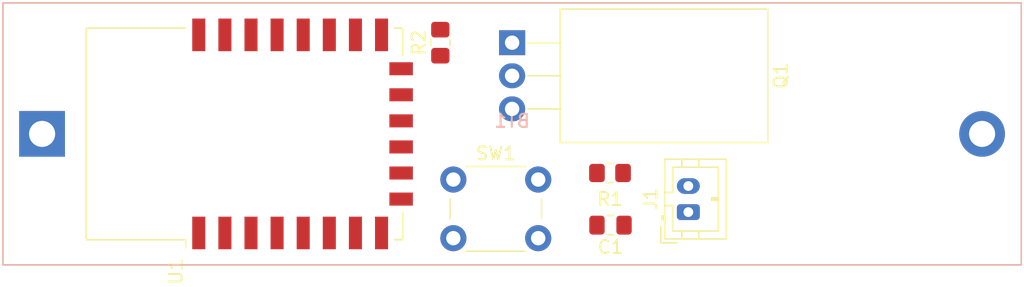
<source format=kicad_pcb>
(kicad_pcb (version 20171130) (host pcbnew "(5.1.9)-1")

  (general
    (thickness 1.6)
    (drawings 0)
    (tracks 0)
    (zones 0)
    (modules 8)
    (nets 23)
  )

  (page A4)
  (layers
    (0 F.Cu signal)
    (31 B.Cu signal)
    (32 B.Adhes user)
    (33 F.Adhes user)
    (34 B.Paste user)
    (35 F.Paste user)
    (36 B.SilkS user)
    (37 F.SilkS user)
    (38 B.Mask user)
    (39 F.Mask user)
    (40 Dwgs.User user)
    (41 Cmts.User user)
    (42 Eco1.User user)
    (43 Eco2.User user)
    (44 Edge.Cuts user)
    (45 Margin user)
    (46 B.CrtYd user)
    (47 F.CrtYd user)
    (48 B.Fab user)
    (49 F.Fab user)
  )

  (setup
    (last_trace_width 0.25)
    (trace_clearance 0.2)
    (zone_clearance 0.508)
    (zone_45_only no)
    (trace_min 0.2)
    (via_size 0.8)
    (via_drill 0.4)
    (via_min_size 0.4)
    (via_min_drill 0.3)
    (uvia_size 0.3)
    (uvia_drill 0.1)
    (uvias_allowed no)
    (uvia_min_size 0.2)
    (uvia_min_drill 0.1)
    (edge_width 0.05)
    (segment_width 0.2)
    (pcb_text_width 0.3)
    (pcb_text_size 1.5 1.5)
    (mod_edge_width 0.12)
    (mod_text_size 1 1)
    (mod_text_width 0.15)
    (pad_size 1.524 1.524)
    (pad_drill 0.762)
    (pad_to_mask_clearance 0)
    (aux_axis_origin 0 0)
    (visible_elements 7FFFFFFF)
    (pcbplotparams
      (layerselection 0x010fc_ffffffff)
      (usegerberextensions false)
      (usegerberattributes true)
      (usegerberadvancedattributes true)
      (creategerberjobfile true)
      (excludeedgelayer true)
      (linewidth 0.100000)
      (plotframeref false)
      (viasonmask false)
      (mode 1)
      (useauxorigin false)
      (hpglpennumber 1)
      (hpglpenspeed 20)
      (hpglpendiameter 15.000000)
      (psnegative false)
      (psa4output false)
      (plotreference true)
      (plotvalue true)
      (plotinvisibletext false)
      (padsonsilk false)
      (subtractmaskfromsilk false)
      (outputformat 1)
      (mirror false)
      (drillshape 1)
      (scaleselection 1)
      (outputdirectory ""))
  )

  (net 0 "")
  (net 1 GND)
  (net 2 +3V3)
  (net 3 "Net-(C1-Pad1)")
  (net 4 "Net-(Q1-Pad2)")
  (net 5 "Net-(R2-Pad1)")
  (net 6 "Net-(SW1-Pad1)")
  (net 7 "Net-(U1-Pad1)")
  (net 8 "Net-(U1-Pad2)")
  (net 9 "Net-(U1-Pad5)")
  (net 10 "Net-(U1-Pad6)")
  (net 11 "Net-(U1-Pad9)")
  (net 12 "Net-(U1-Pad10)")
  (net 13 "Net-(U1-Pad11)")
  (net 14 "Net-(U1-Pad12)")
  (net 15 "Net-(U1-Pad13)")
  (net 16 "Net-(U1-Pad14)")
  (net 17 "Net-(U1-Pad17)")
  (net 18 "Net-(U1-Pad18)")
  (net 19 "Net-(U1-Pad19)")
  (net 20 "Net-(U1-Pad20)")
  (net 21 "Net-(U1-Pad21)")
  (net 22 "Net-(U1-Pad22)")

  (net_class Default "This is the default net class."
    (clearance 0.2)
    (trace_width 0.25)
    (via_dia 0.8)
    (via_drill 0.4)
    (uvia_dia 0.3)
    (uvia_drill 0.1)
    (add_net +3V3)
    (add_net GND)
    (add_net "Net-(C1-Pad1)")
    (add_net "Net-(Q1-Pad2)")
    (add_net "Net-(R2-Pad1)")
    (add_net "Net-(SW1-Pad1)")
    (add_net "Net-(U1-Pad1)")
    (add_net "Net-(U1-Pad10)")
    (add_net "Net-(U1-Pad11)")
    (add_net "Net-(U1-Pad12)")
    (add_net "Net-(U1-Pad13)")
    (add_net "Net-(U1-Pad14)")
    (add_net "Net-(U1-Pad17)")
    (add_net "Net-(U1-Pad18)")
    (add_net "Net-(U1-Pad19)")
    (add_net "Net-(U1-Pad2)")
    (add_net "Net-(U1-Pad20)")
    (add_net "Net-(U1-Pad21)")
    (add_net "Net-(U1-Pad22)")
    (add_net "Net-(U1-Pad5)")
    (add_net "Net-(U1-Pad6)")
    (add_net "Net-(U1-Pad9)")
  )

  (module Package_TO_SOT_THT:TO-220-3_Horizontal_TabDown (layer F.Cu) (tedit 5AC8BA0D) (tstamp 60641C1C)
    (at 96.5 41 270)
    (descr "TO-220-3, Horizontal, RM 2.54mm, see https://www.vishay.com/docs/66542/to-220-1.pdf")
    (tags "TO-220-3 Horizontal RM 2.54mm")
    (path /6064A588)
    (fp_text reference Q1 (at 2.54 -20.58 90) (layer F.SilkS)
      (effects (font (size 1 1) (thickness 0.15)))
    )
    (fp_text value IRLZ44N (at 2.54 2 90) (layer F.Fab)
      (effects (font (size 1 1) (thickness 0.15)))
    )
    (fp_line (start 7.79 -19.71) (end -2.71 -19.71) (layer F.CrtYd) (width 0.05))
    (fp_line (start 7.79 1.25) (end 7.79 -19.71) (layer F.CrtYd) (width 0.05))
    (fp_line (start -2.71 1.25) (end 7.79 1.25) (layer F.CrtYd) (width 0.05))
    (fp_line (start -2.71 -19.71) (end -2.71 1.25) (layer F.CrtYd) (width 0.05))
    (fp_line (start 5.08 -3.69) (end 5.08 -1.15) (layer F.SilkS) (width 0.12))
    (fp_line (start 2.54 -3.69) (end 2.54 -1.15) (layer F.SilkS) (width 0.12))
    (fp_line (start 0 -3.69) (end 0 -1.15) (layer F.SilkS) (width 0.12))
    (fp_line (start 7.66 -19.58) (end 7.66 -3.69) (layer F.SilkS) (width 0.12))
    (fp_line (start -2.58 -19.58) (end -2.58 -3.69) (layer F.SilkS) (width 0.12))
    (fp_line (start -2.58 -19.58) (end 7.66 -19.58) (layer F.SilkS) (width 0.12))
    (fp_line (start -2.58 -3.69) (end 7.66 -3.69) (layer F.SilkS) (width 0.12))
    (fp_line (start 5.08 -3.81) (end 5.08 0) (layer F.Fab) (width 0.1))
    (fp_line (start 2.54 -3.81) (end 2.54 0) (layer F.Fab) (width 0.1))
    (fp_line (start 0 -3.81) (end 0 0) (layer F.Fab) (width 0.1))
    (fp_line (start 7.54 -3.81) (end -2.46 -3.81) (layer F.Fab) (width 0.1))
    (fp_line (start 7.54 -13.06) (end 7.54 -3.81) (layer F.Fab) (width 0.1))
    (fp_line (start -2.46 -13.06) (end 7.54 -13.06) (layer F.Fab) (width 0.1))
    (fp_line (start -2.46 -3.81) (end -2.46 -13.06) (layer F.Fab) (width 0.1))
    (fp_line (start 7.54 -13.06) (end -2.46 -13.06) (layer F.Fab) (width 0.1))
    (fp_line (start 7.54 -19.46) (end 7.54 -13.06) (layer F.Fab) (width 0.1))
    (fp_line (start -2.46 -19.46) (end 7.54 -19.46) (layer F.Fab) (width 0.1))
    (fp_line (start -2.46 -13.06) (end -2.46 -19.46) (layer F.Fab) (width 0.1))
    (fp_circle (center 2.54 -16.66) (end 4.39 -16.66) (layer F.Fab) (width 0.1))
    (fp_text user %R (at 2.54 -20.58 90) (layer F.Fab)
      (effects (font (size 1 1) (thickness 0.15)))
    )
    (pad 3 thru_hole oval (at 5.08 0 270) (size 1.905 2) (drill 1.1) (layers *.Cu *.Mask)
      (net 1 GND))
    (pad 2 thru_hole oval (at 2.54 0 270) (size 1.905 2) (drill 1.1) (layers *.Cu *.Mask)
      (net 4 "Net-(Q1-Pad2)"))
    (pad 1 thru_hole rect (at 0 0 270) (size 1.905 2) (drill 1.1) (layers *.Cu *.Mask)
      (net 3 "Net-(C1-Pad1)"))
    (pad "" np_thru_hole oval (at 2.54 -16.66 270) (size 3.5 3.5) (drill 3.5) (layers *.Cu *.Mask))
    (model ${KISYS3DMOD}/Package_TO_SOT_THT.3dshapes/TO-220-3_Horizontal_TabDown.wrl
      (at (xyz 0 0 0))
      (scale (xyz 1 1 1))
      (rotate (xyz 0 0 0))
    )
  )

  (module Battery:BatteryHolder_MPD_BH-18650-PC2 (layer B.Cu) (tedit 5C1007C1) (tstamp 60641BC7)
    (at 60.5 48)
    (descr "18650 Battery Holder (http://www.memoryprotectiondevices.com/datasheets/BK-18650-PC2-datasheet.pdf)")
    (tags "18650 Battery Holder")
    (path /60638098)
    (fp_text reference BT1 (at 36 -1) (layer B.SilkS)
      (effects (font (size 1 1) (thickness 0.15)) (justify mirror))
    )
    (fp_text value Battery_Cell (at 36 0.8) (layer B.Fab)
      (effects (font (size 1 1) (thickness 0.15)) (justify mirror))
    )
    (fp_line (start -3 -10.05) (end -3 10.05) (layer B.SilkS) (width 0.12))
    (fp_line (start 75 -10.05) (end -3 -10.05) (layer B.SilkS) (width 0.12))
    (fp_line (start 75 10.05) (end 75 -10.05) (layer B.SilkS) (width 0.12))
    (fp_line (start -3 10.05) (end 75 10.05) (layer B.SilkS) (width 0.12))
    (fp_line (start -2.8 -9.85) (end -2.8 9.85) (layer B.Fab) (width 0.1))
    (fp_line (start 74.8 -9.85) (end -2.8 -9.85) (layer B.Fab) (width 0.1))
    (fp_line (start 74.8 9.85) (end 74.8 -9.85) (layer B.Fab) (width 0.1))
    (fp_line (start -2.8 9.85) (end 74.8 9.85) (layer B.Fab) (width 0.1))
    (fp_line (start -3.2 -10.25) (end -3.2 10.25) (layer B.CrtYd) (width 0.05))
    (fp_line (start 75.2 -10.25) (end -3.2 -10.25) (layer B.CrtYd) (width 0.05))
    (fp_line (start 75.2 10.25) (end 75.2 -10.25) (layer B.CrtYd) (width 0.05))
    (fp_line (start -3.2 10.25) (end 75.2 10.25) (layer B.CrtYd) (width 0.05))
    (fp_text user %R (at 36 2.4) (layer B.Fab)
      (effects (font (size 1 1) (thickness 0.15)) (justify mirror))
    )
    (pad 2 thru_hole circle (at 72 0) (size 3.5 3.5) (drill 2) (layers *.Cu *.Mask)
      (net 1 GND))
    (pad 1 thru_hole rect (at 0 0) (size 3.5 3.5) (drill 2) (layers *.Cu *.Mask)
      (net 2 +3V3))
    (pad "" np_thru_hole circle (at 8.645 0) (size 3.2 3.2) (drill 3.2) (layers *.Cu *.Mask))
    (pad "" np_thru_hole circle (at 64.255 0) (size 3.2 3.2) (drill 3.2) (layers *.Cu *.Mask))
    (model ${KISYS3DMOD}/Battery.3dshapes/BatteryHolder_MPD_BH-18650-PC2.wrl
      (at (xyz 0 0 0))
      (scale (xyz 1 1 1))
      (rotate (xyz 0 0 0))
    )
  )

  (module Capacitor_SMD:C_0805_2012Metric_Pad1.18x1.45mm_HandSolder (layer F.Cu) (tedit 5F68FEEF) (tstamp 60641BD8)
    (at 104.0375 55 180)
    (descr "Capacitor SMD 0805 (2012 Metric), square (rectangular) end terminal, IPC_7351 nominal with elongated pad for handsoldering. (Body size source: IPC-SM-782 page 76, https://www.pcb-3d.com/wordpress/wp-content/uploads/ipc-sm-782a_amendment_1_and_2.pdf, https://docs.google.com/spreadsheets/d/1BsfQQcO9C6DZCsRaXUlFlo91Tg2WpOkGARC1WS5S8t0/edit?usp=sharing), generated with kicad-footprint-generator")
    (tags "capacitor handsolder")
    (path /60655413)
    (attr smd)
    (fp_text reference C1 (at 0 -1.68) (layer F.SilkS)
      (effects (font (size 1 1) (thickness 0.15)))
    )
    (fp_text value 100nF (at 0 1.68) (layer F.Fab)
      (effects (font (size 1 1) (thickness 0.15)))
    )
    (fp_line (start -1 0.625) (end -1 -0.625) (layer F.Fab) (width 0.1))
    (fp_line (start -1 -0.625) (end 1 -0.625) (layer F.Fab) (width 0.1))
    (fp_line (start 1 -0.625) (end 1 0.625) (layer F.Fab) (width 0.1))
    (fp_line (start 1 0.625) (end -1 0.625) (layer F.Fab) (width 0.1))
    (fp_line (start -0.261252 -0.735) (end 0.261252 -0.735) (layer F.SilkS) (width 0.12))
    (fp_line (start -0.261252 0.735) (end 0.261252 0.735) (layer F.SilkS) (width 0.12))
    (fp_line (start -1.88 0.98) (end -1.88 -0.98) (layer F.CrtYd) (width 0.05))
    (fp_line (start -1.88 -0.98) (end 1.88 -0.98) (layer F.CrtYd) (width 0.05))
    (fp_line (start 1.88 -0.98) (end 1.88 0.98) (layer F.CrtYd) (width 0.05))
    (fp_line (start 1.88 0.98) (end -1.88 0.98) (layer F.CrtYd) (width 0.05))
    (fp_text user %R (at 0 0) (layer F.Fab)
      (effects (font (size 0.5 0.5) (thickness 0.08)))
    )
    (pad 1 smd roundrect (at -1.0375 0 180) (size 1.175 1.45) (layers F.Cu F.Paste F.Mask) (roundrect_rratio 0.212766)
      (net 3 "Net-(C1-Pad1)"))
    (pad 2 smd roundrect (at 1.0375 0 180) (size 1.175 1.45) (layers F.Cu F.Paste F.Mask) (roundrect_rratio 0.212766)
      (net 1 GND))
    (model ${KISYS3DMOD}/Capacitor_SMD.3dshapes/C_0805_2012Metric.wrl
      (at (xyz 0 0 0))
      (scale (xyz 1 1 1))
      (rotate (xyz 0 0 0))
    )
  )

  (module Connector_JST:JST_PH_B2B-PH-K_1x02_P2.00mm_Vertical (layer F.Cu) (tedit 5B7745C2) (tstamp 60641C02)
    (at 110 54 90)
    (descr "JST PH series connector, B2B-PH-K (http://www.jst-mfg.com/product/pdf/eng/ePH.pdf), generated with kicad-footprint-generator")
    (tags "connector JST PH side entry")
    (path /6064953B)
    (fp_text reference J1 (at 1 -2.9 90) (layer F.SilkS)
      (effects (font (size 1 1) (thickness 0.15)))
    )
    (fp_text value Conn_01x02_Male (at 1 4 90) (layer F.Fab)
      (effects (font (size 1 1) (thickness 0.15)))
    )
    (fp_line (start -2.06 -1.81) (end -2.06 2.91) (layer F.SilkS) (width 0.12))
    (fp_line (start -2.06 2.91) (end 4.06 2.91) (layer F.SilkS) (width 0.12))
    (fp_line (start 4.06 2.91) (end 4.06 -1.81) (layer F.SilkS) (width 0.12))
    (fp_line (start 4.06 -1.81) (end -2.06 -1.81) (layer F.SilkS) (width 0.12))
    (fp_line (start -0.3 -1.81) (end -0.3 -2.01) (layer F.SilkS) (width 0.12))
    (fp_line (start -0.3 -2.01) (end -0.6 -2.01) (layer F.SilkS) (width 0.12))
    (fp_line (start -0.6 -2.01) (end -0.6 -1.81) (layer F.SilkS) (width 0.12))
    (fp_line (start -0.3 -1.91) (end -0.6 -1.91) (layer F.SilkS) (width 0.12))
    (fp_line (start 0.5 -1.81) (end 0.5 -1.2) (layer F.SilkS) (width 0.12))
    (fp_line (start 0.5 -1.2) (end -1.45 -1.2) (layer F.SilkS) (width 0.12))
    (fp_line (start -1.45 -1.2) (end -1.45 2.3) (layer F.SilkS) (width 0.12))
    (fp_line (start -1.45 2.3) (end 3.45 2.3) (layer F.SilkS) (width 0.12))
    (fp_line (start 3.45 2.3) (end 3.45 -1.2) (layer F.SilkS) (width 0.12))
    (fp_line (start 3.45 -1.2) (end 1.5 -1.2) (layer F.SilkS) (width 0.12))
    (fp_line (start 1.5 -1.2) (end 1.5 -1.81) (layer F.SilkS) (width 0.12))
    (fp_line (start -2.06 -0.5) (end -1.45 -0.5) (layer F.SilkS) (width 0.12))
    (fp_line (start -2.06 0.8) (end -1.45 0.8) (layer F.SilkS) (width 0.12))
    (fp_line (start 4.06 -0.5) (end 3.45 -0.5) (layer F.SilkS) (width 0.12))
    (fp_line (start 4.06 0.8) (end 3.45 0.8) (layer F.SilkS) (width 0.12))
    (fp_line (start 0.9 2.3) (end 0.9 1.8) (layer F.SilkS) (width 0.12))
    (fp_line (start 0.9 1.8) (end 1.1 1.8) (layer F.SilkS) (width 0.12))
    (fp_line (start 1.1 1.8) (end 1.1 2.3) (layer F.SilkS) (width 0.12))
    (fp_line (start 1 2.3) (end 1 1.8) (layer F.SilkS) (width 0.12))
    (fp_line (start -1.11 -2.11) (end -2.36 -2.11) (layer F.SilkS) (width 0.12))
    (fp_line (start -2.36 -2.11) (end -2.36 -0.86) (layer F.SilkS) (width 0.12))
    (fp_line (start -1.11 -2.11) (end -2.36 -2.11) (layer F.Fab) (width 0.1))
    (fp_line (start -2.36 -2.11) (end -2.36 -0.86) (layer F.Fab) (width 0.1))
    (fp_line (start -1.95 -1.7) (end -1.95 2.8) (layer F.Fab) (width 0.1))
    (fp_line (start -1.95 2.8) (end 3.95 2.8) (layer F.Fab) (width 0.1))
    (fp_line (start 3.95 2.8) (end 3.95 -1.7) (layer F.Fab) (width 0.1))
    (fp_line (start 3.95 -1.7) (end -1.95 -1.7) (layer F.Fab) (width 0.1))
    (fp_line (start -2.45 -2.2) (end -2.45 3.3) (layer F.CrtYd) (width 0.05))
    (fp_line (start -2.45 3.3) (end 4.45 3.3) (layer F.CrtYd) (width 0.05))
    (fp_line (start 4.45 3.3) (end 4.45 -2.2) (layer F.CrtYd) (width 0.05))
    (fp_line (start 4.45 -2.2) (end -2.45 -2.2) (layer F.CrtYd) (width 0.05))
    (fp_text user %R (at 1 1.5 90) (layer F.Fab)
      (effects (font (size 1 1) (thickness 0.15)))
    )
    (pad 1 thru_hole roundrect (at 0 0 90) (size 1.2 1.75) (drill 0.75) (layers *.Cu *.Mask) (roundrect_rratio 0.208333)
      (net 2 +3V3))
    (pad 2 thru_hole oval (at 2 0 90) (size 1.2 1.75) (drill 0.75) (layers *.Cu *.Mask)
      (net 3 "Net-(C1-Pad1)"))
    (model ${KISYS3DMOD}/Connector_JST.3dshapes/JST_PH_B2B-PH-K_1x02_P2.00mm_Vertical.wrl
      (at (xyz 0 0 0))
      (scale (xyz 1 1 1))
      (rotate (xyz 0 0 0))
    )
  )

  (module Resistor_SMD:R_0805_2012Metric_Pad1.20x1.40mm_HandSolder (layer F.Cu) (tedit 5F68FEEE) (tstamp 60641C2D)
    (at 104 51 180)
    (descr "Resistor SMD 0805 (2012 Metric), square (rectangular) end terminal, IPC_7351 nominal with elongated pad for handsoldering. (Body size source: IPC-SM-782 page 72, https://www.pcb-3d.com/wordpress/wp-content/uploads/ipc-sm-782a_amendment_1_and_2.pdf), generated with kicad-footprint-generator")
    (tags "resistor handsolder")
    (path /60656129)
    (attr smd)
    (fp_text reference R1 (at 0 -2) (layer F.SilkS)
      (effects (font (size 1 1) (thickness 0.15)))
    )
    (fp_text value 1M (at 0 1.65) (layer F.Fab)
      (effects (font (size 1 1) (thickness 0.15)))
    )
    (fp_line (start -1 0.625) (end -1 -0.625) (layer F.Fab) (width 0.1))
    (fp_line (start -1 -0.625) (end 1 -0.625) (layer F.Fab) (width 0.1))
    (fp_line (start 1 -0.625) (end 1 0.625) (layer F.Fab) (width 0.1))
    (fp_line (start 1 0.625) (end -1 0.625) (layer F.Fab) (width 0.1))
    (fp_line (start -0.227064 -0.735) (end 0.227064 -0.735) (layer F.SilkS) (width 0.12))
    (fp_line (start -0.227064 0.735) (end 0.227064 0.735) (layer F.SilkS) (width 0.12))
    (fp_line (start -1.85 0.95) (end -1.85 -0.95) (layer F.CrtYd) (width 0.05))
    (fp_line (start -1.85 -0.95) (end 1.85 -0.95) (layer F.CrtYd) (width 0.05))
    (fp_line (start 1.85 -0.95) (end 1.85 0.95) (layer F.CrtYd) (width 0.05))
    (fp_line (start 1.85 0.95) (end -1.85 0.95) (layer F.CrtYd) (width 0.05))
    (fp_text user %R (at 0 0) (layer F.Fab)
      (effects (font (size 0.5 0.5) (thickness 0.08)))
    )
    (pad 1 smd roundrect (at -1 0 180) (size 1.2 1.4) (layers F.Cu F.Paste F.Mask) (roundrect_rratio 0.208333)
      (net 3 "Net-(C1-Pad1)"))
    (pad 2 smd roundrect (at 1 0 180) (size 1.2 1.4) (layers F.Cu F.Paste F.Mask) (roundrect_rratio 0.208333)
      (net 1 GND))
    (model ${KISYS3DMOD}/Resistor_SMD.3dshapes/R_0805_2012Metric.wrl
      (at (xyz 0 0 0))
      (scale (xyz 1 1 1))
      (rotate (xyz 0 0 0))
    )
  )

  (module Resistor_SMD:R_0805_2012Metric_Pad1.20x1.40mm_HandSolder (layer F.Cu) (tedit 5F68FEEE) (tstamp 60641C3E)
    (at 91 41 90)
    (descr "Resistor SMD 0805 (2012 Metric), square (rectangular) end terminal, IPC_7351 nominal with elongated pad for handsoldering. (Body size source: IPC-SM-782 page 72, https://www.pcb-3d.com/wordpress/wp-content/uploads/ipc-sm-782a_amendment_1_and_2.pdf), generated with kicad-footprint-generator")
    (tags "resistor handsolder")
    (path /606647C1)
    (attr smd)
    (fp_text reference R2 (at 0 -1.65 90) (layer F.SilkS)
      (effects (font (size 1 1) (thickness 0.15)))
    )
    (fp_text value 2.2k (at 0 1.65 90) (layer F.Fab)
      (effects (font (size 1 1) (thickness 0.15)))
    )
    (fp_line (start 1.85 0.95) (end -1.85 0.95) (layer F.CrtYd) (width 0.05))
    (fp_line (start 1.85 -0.95) (end 1.85 0.95) (layer F.CrtYd) (width 0.05))
    (fp_line (start -1.85 -0.95) (end 1.85 -0.95) (layer F.CrtYd) (width 0.05))
    (fp_line (start -1.85 0.95) (end -1.85 -0.95) (layer F.CrtYd) (width 0.05))
    (fp_line (start -0.227064 0.735) (end 0.227064 0.735) (layer F.SilkS) (width 0.12))
    (fp_line (start -0.227064 -0.735) (end 0.227064 -0.735) (layer F.SilkS) (width 0.12))
    (fp_line (start 1 0.625) (end -1 0.625) (layer F.Fab) (width 0.1))
    (fp_line (start 1 -0.625) (end 1 0.625) (layer F.Fab) (width 0.1))
    (fp_line (start -1 -0.625) (end 1 -0.625) (layer F.Fab) (width 0.1))
    (fp_line (start -1 0.625) (end -1 -0.625) (layer F.Fab) (width 0.1))
    (fp_text user %R (at 0 0 90) (layer F.Fab)
      (effects (font (size 0.5 0.5) (thickness 0.08)))
    )
    (pad 2 smd roundrect (at 1 0 90) (size 1.2 1.4) (layers F.Cu F.Paste F.Mask) (roundrect_rratio 0.208333)
      (net 4 "Net-(Q1-Pad2)"))
    (pad 1 smd roundrect (at -1 0 90) (size 1.2 1.4) (layers F.Cu F.Paste F.Mask) (roundrect_rratio 0.208333)
      (net 5 "Net-(R2-Pad1)"))
    (model ${KISYS3DMOD}/Resistor_SMD.3dshapes/R_0805_2012Metric.wrl
      (at (xyz 0 0 0))
      (scale (xyz 1 1 1))
      (rotate (xyz 0 0 0))
    )
  )

  (module Button_Switch_THT:SW_PUSH_6mm (layer F.Cu) (tedit 5A02FE31) (tstamp 60641C5D)
    (at 92 51.5)
    (descr https://www.omron.com/ecb/products/pdf/en-b3f.pdf)
    (tags "tact sw push 6mm")
    (path /60647AB3)
    (fp_text reference SW1 (at 3.25 -2) (layer F.SilkS)
      (effects (font (size 1 1) (thickness 0.15)))
    )
    (fp_text value SW_Push (at 3.75 6.7) (layer F.Fab)
      (effects (font (size 1 1) (thickness 0.15)))
    )
    (fp_line (start 3.25 -0.75) (end 6.25 -0.75) (layer F.Fab) (width 0.1))
    (fp_line (start 6.25 -0.75) (end 6.25 5.25) (layer F.Fab) (width 0.1))
    (fp_line (start 6.25 5.25) (end 0.25 5.25) (layer F.Fab) (width 0.1))
    (fp_line (start 0.25 5.25) (end 0.25 -0.75) (layer F.Fab) (width 0.1))
    (fp_line (start 0.25 -0.75) (end 3.25 -0.75) (layer F.Fab) (width 0.1))
    (fp_line (start 7.75 6) (end 8 6) (layer F.CrtYd) (width 0.05))
    (fp_line (start 8 6) (end 8 5.75) (layer F.CrtYd) (width 0.05))
    (fp_line (start 7.75 -1.5) (end 8 -1.5) (layer F.CrtYd) (width 0.05))
    (fp_line (start 8 -1.5) (end 8 -1.25) (layer F.CrtYd) (width 0.05))
    (fp_line (start -1.5 -1.25) (end -1.5 -1.5) (layer F.CrtYd) (width 0.05))
    (fp_line (start -1.5 -1.5) (end -1.25 -1.5) (layer F.CrtYd) (width 0.05))
    (fp_line (start -1.5 5.75) (end -1.5 6) (layer F.CrtYd) (width 0.05))
    (fp_line (start -1.5 6) (end -1.25 6) (layer F.CrtYd) (width 0.05))
    (fp_line (start -1.25 -1.5) (end 7.75 -1.5) (layer F.CrtYd) (width 0.05))
    (fp_line (start -1.5 5.75) (end -1.5 -1.25) (layer F.CrtYd) (width 0.05))
    (fp_line (start 7.75 6) (end -1.25 6) (layer F.CrtYd) (width 0.05))
    (fp_line (start 8 -1.25) (end 8 5.75) (layer F.CrtYd) (width 0.05))
    (fp_line (start 1 5.5) (end 5.5 5.5) (layer F.SilkS) (width 0.12))
    (fp_line (start -0.25 1.5) (end -0.25 3) (layer F.SilkS) (width 0.12))
    (fp_line (start 5.5 -1) (end 1 -1) (layer F.SilkS) (width 0.12))
    (fp_line (start 6.75 3) (end 6.75 1.5) (layer F.SilkS) (width 0.12))
    (fp_circle (center 3.25 2.25) (end 1.25 2.5) (layer F.Fab) (width 0.1))
    (fp_text user %R (at 3.25 2.25) (layer F.Fab)
      (effects (font (size 1 1) (thickness 0.15)))
    )
    (pad 2 thru_hole circle (at 0 4.5 90) (size 2 2) (drill 1.1) (layers *.Cu *.Mask)
      (net 1 GND))
    (pad 1 thru_hole circle (at 0 0 90) (size 2 2) (drill 1.1) (layers *.Cu *.Mask)
      (net 6 "Net-(SW1-Pad1)"))
    (pad 2 thru_hole circle (at 6.5 4.5 90) (size 2 2) (drill 1.1) (layers *.Cu *.Mask)
      (net 1 GND))
    (pad 1 thru_hole circle (at 6.5 0 90) (size 2 2) (drill 1.1) (layers *.Cu *.Mask)
      (net 6 "Net-(SW1-Pad1)"))
    (model ${KISYS3DMOD}/Button_Switch_THT.3dshapes/SW_PUSH_6mm.wrl
      (at (xyz 0 0 0))
      (scale (xyz 1 1 1))
      (rotate (xyz 0 0 0))
    )
  )

  (module RF_Module:ESP-12E (layer F.Cu) (tedit 5A030172) (tstamp 60641C98)
    (at 76 48 90)
    (descr "Wi-Fi Module, http://wiki.ai-thinker.com/_media/esp8266/docs/aithinker_esp_12f_datasheet_en.pdf")
    (tags "Wi-Fi Module")
    (path /60631FFD)
    (attr smd)
    (fp_text reference U1 (at -10.56 -5.26 90) (layer F.SilkS)
      (effects (font (size 1 1) (thickness 0.15)))
    )
    (fp_text value ESP-12F (at -0.06 -12.78 90) (layer F.Fab)
      (effects (font (size 1 1) (thickness 0.15)))
    )
    (fp_line (start -8 -12) (end 8 -12) (layer F.Fab) (width 0.12))
    (fp_line (start 8 -12) (end 8 12) (layer F.Fab) (width 0.12))
    (fp_line (start 8 12) (end -8 12) (layer F.Fab) (width 0.12))
    (fp_line (start -8 12) (end -8 -3) (layer F.Fab) (width 0.12))
    (fp_line (start -8 -3) (end -7.5 -3.5) (layer F.Fab) (width 0.12))
    (fp_line (start -7.5 -3.5) (end -8 -4) (layer F.Fab) (width 0.12))
    (fp_line (start -8 -4) (end -8 -12) (layer F.Fab) (width 0.12))
    (fp_line (start -9.05 -12.2) (end 9.05 -12.2) (layer F.CrtYd) (width 0.05))
    (fp_line (start 9.05 -12.2) (end 9.05 13.1) (layer F.CrtYd) (width 0.05))
    (fp_line (start 9.05 13.1) (end -9.05 13.1) (layer F.CrtYd) (width 0.05))
    (fp_line (start -9.05 13.1) (end -9.05 -12.2) (layer F.CrtYd) (width 0.05))
    (fp_line (start -8.12 -12.12) (end 8.12 -12.12) (layer F.SilkS) (width 0.12))
    (fp_line (start 8.12 -12.12) (end 8.12 -4.5) (layer F.SilkS) (width 0.12))
    (fp_line (start 8.12 11.5) (end 8.12 12.12) (layer F.SilkS) (width 0.12))
    (fp_line (start 8.12 12.12) (end 6 12.12) (layer F.SilkS) (width 0.12))
    (fp_line (start -6 12.12) (end -8.12 12.12) (layer F.SilkS) (width 0.12))
    (fp_line (start -8.12 12.12) (end -8.12 11.5) (layer F.SilkS) (width 0.12))
    (fp_line (start -8.12 -4.5) (end -8.12 -12.12) (layer F.SilkS) (width 0.12))
    (fp_line (start -8.12 -4.5) (end -8.73 -4.5) (layer F.SilkS) (width 0.12))
    (fp_line (start -8.12 -12.12) (end 8.12 -12.12) (layer Dwgs.User) (width 0.12))
    (fp_line (start 8.12 -12.12) (end 8.12 -4.8) (layer Dwgs.User) (width 0.12))
    (fp_line (start 8.12 -4.8) (end -8.12 -4.8) (layer Dwgs.User) (width 0.12))
    (fp_line (start -8.12 -4.8) (end -8.12 -12.12) (layer Dwgs.User) (width 0.12))
    (fp_line (start -8.12 -9.12) (end -5.12 -12.12) (layer Dwgs.User) (width 0.12))
    (fp_line (start -8.12 -6.12) (end -2.12 -12.12) (layer Dwgs.User) (width 0.12))
    (fp_line (start -6.44 -4.8) (end 0.88 -12.12) (layer Dwgs.User) (width 0.12))
    (fp_line (start -3.44 -4.8) (end 3.88 -12.12) (layer Dwgs.User) (width 0.12))
    (fp_line (start -0.44 -4.8) (end 6.88 -12.12) (layer Dwgs.User) (width 0.12))
    (fp_line (start 2.56 -4.8) (end 8.12 -10.36) (layer Dwgs.User) (width 0.12))
    (fp_line (start 5.56 -4.8) (end 8.12 -7.36) (layer Dwgs.User) (width 0.12))
    (fp_text user Antenna (at -0.06 -7 270) (layer Cmts.User)
      (effects (font (size 1 1) (thickness 0.15)))
    )
    (fp_text user "KEEP-OUT ZONE" (at 0.03 -9.55 270) (layer Cmts.User)
      (effects (font (size 1 1) (thickness 0.15)))
    )
    (fp_text user %R (at 0.49 -0.8 90) (layer F.Fab)
      (effects (font (size 1 1) (thickness 0.15)))
    )
    (pad 1 smd rect (at -7.6 -3.5 90) (size 2.5 1) (layers F.Cu F.Paste F.Mask)
      (net 7 "Net-(U1-Pad1)"))
    (pad 2 smd rect (at -7.6 -1.5 90) (size 2.5 1) (layers F.Cu F.Paste F.Mask)
      (net 8 "Net-(U1-Pad2)"))
    (pad 3 smd rect (at -7.6 0.5 90) (size 2.5 1) (layers F.Cu F.Paste F.Mask)
      (net 2 +3V3))
    (pad 4 smd rect (at -7.6 2.5 90) (size 2.5 1) (layers F.Cu F.Paste F.Mask)
      (net 7 "Net-(U1-Pad1)"))
    (pad 5 smd rect (at -7.6 4.5 90) (size 2.5 1) (layers F.Cu F.Paste F.Mask)
      (net 9 "Net-(U1-Pad5)"))
    (pad 6 smd rect (at -7.6 6.5 90) (size 2.5 1) (layers F.Cu F.Paste F.Mask)
      (net 10 "Net-(U1-Pad6)"))
    (pad 7 smd rect (at -7.6 8.5 90) (size 2.5 1) (layers F.Cu F.Paste F.Mask)
      (net 6 "Net-(SW1-Pad1)"))
    (pad 8 smd rect (at -7.6 10.5 90) (size 2.5 1) (layers F.Cu F.Paste F.Mask)
      (net 2 +3V3))
    (pad 9 smd rect (at -5 12 90) (size 1 1.8) (layers F.Cu F.Paste F.Mask)
      (net 11 "Net-(U1-Pad9)"))
    (pad 10 smd rect (at -3 12 90) (size 1 1.8) (layers F.Cu F.Paste F.Mask)
      (net 12 "Net-(U1-Pad10)"))
    (pad 11 smd rect (at -1 12 90) (size 1 1.8) (layers F.Cu F.Paste F.Mask)
      (net 13 "Net-(U1-Pad11)"))
    (pad 12 smd rect (at 1 12 90) (size 1 1.8) (layers F.Cu F.Paste F.Mask)
      (net 14 "Net-(U1-Pad12)"))
    (pad 13 smd rect (at 3 12 90) (size 1 1.8) (layers F.Cu F.Paste F.Mask)
      (net 15 "Net-(U1-Pad13)"))
    (pad 14 smd rect (at 5 12 90) (size 1 1.8) (layers F.Cu F.Paste F.Mask)
      (net 16 "Net-(U1-Pad14)"))
    (pad 15 smd rect (at 7.6 10.5 90) (size 2.5 1) (layers F.Cu F.Paste F.Mask)
      (net 4 "Net-(Q1-Pad2)"))
    (pad 16 smd rect (at 7.6 8.5 90) (size 2.5 1) (layers F.Cu F.Paste F.Mask)
      (net 5 "Net-(R2-Pad1)"))
    (pad 17 smd rect (at 7.6 6.5 90) (size 2.5 1) (layers F.Cu F.Paste F.Mask)
      (net 17 "Net-(U1-Pad17)"))
    (pad 18 smd rect (at 7.6 4.5 90) (size 2.5 1) (layers F.Cu F.Paste F.Mask)
      (net 18 "Net-(U1-Pad18)"))
    (pad 19 smd rect (at 7.6 2.5 90) (size 2.5 1) (layers F.Cu F.Paste F.Mask)
      (net 19 "Net-(U1-Pad19)"))
    (pad 20 smd rect (at 7.6 0.5 90) (size 2.5 1) (layers F.Cu F.Paste F.Mask)
      (net 20 "Net-(U1-Pad20)"))
    (pad 21 smd rect (at 7.6 -1.5 90) (size 2.5 1) (layers F.Cu F.Paste F.Mask)
      (net 21 "Net-(U1-Pad21)"))
    (pad 22 smd rect (at 7.6 -3.5 90) (size 2.5 1) (layers F.Cu F.Paste F.Mask)
      (net 22 "Net-(U1-Pad22)"))
    (model ${KISYS3DMOD}/RF_Module.3dshapes/ESP-12E.wrl
      (at (xyz 0 0 0))
      (scale (xyz 1 1 1))
      (rotate (xyz 0 0 0))
    )
  )

)

</source>
